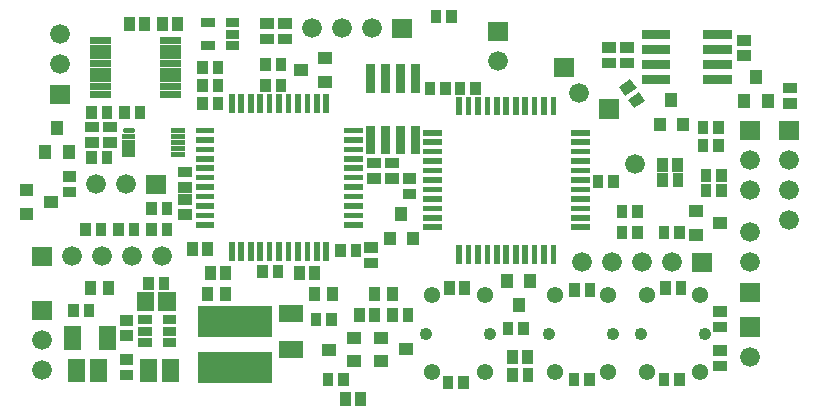
<source format=gbr>
G04 start of page 4 for group -4063 idx -4063 *
G04 Title: (unknown), componentmask *
G04 Creator: pcb 20091103 *
G04 CreationDate: Tue 04 Jan 2011 15:16:32 GMT UTC *
G04 For: thomas *
G04 Format: Gerber/RS-274X *
G04 PCB-Dimensions: 285430 157480 *
G04 PCB-Coordinate-Origin: lower left *
%MOIN*%
%FSLAX25Y25*%
%LNFRONTMASK*%
%ADD12C,0.0180*%
%ADD15C,0.0200*%
%ADD27R,0.0300X0.0300*%
%ADD44C,0.0425*%
%ADD45C,0.0544*%
%ADD46C,0.0660*%
%ADD47R,0.0355X0.0355*%
%ADD48R,0.0187X0.0187*%
%ADD49R,0.0400X0.0400*%
%ADD50R,0.0360X0.0360*%
%ADD51R,0.1027X0.1027*%
%ADD52R,0.0572X0.0572*%
%ADD53R,0.0230X0.0230*%
%ADD54R,0.0180X0.0180*%
%ADD55R,0.0570X0.0570*%
G54D44*X193992Y35295D03*
X215252D03*
G54D45*X213480Y22500D03*
Y48090D03*
X195764Y22500D03*
Y48090D03*
G54D15*G36*
X257464Y40890D02*Y34290D01*
X264064D01*
Y40890D01*
X257464D01*
G37*
G36*
X241464Y62390D02*Y55790D01*
X248064D01*
Y62390D01*
X241464D01*
G37*
G54D44*X245882Y35295D03*
G54D45*X244110Y48090D03*
G54D46*X260764Y27590D03*
X234764Y59090D03*
X224764D03*
X214764D03*
X204764D03*
G54D44*X224622Y35295D03*
G54D45*X226394Y48090D03*
X244110Y22500D03*
X226394D03*
G54D46*X176764Y126090D03*
G54D15*G36*
X195464Y127390D02*Y120790D01*
X202064D01*
Y127390D01*
X195464D01*
G37*
G36*
X141464Y140390D02*Y133790D01*
X148064D01*
Y140390D01*
X141464D01*
G37*
G54D46*X134764Y137090D03*
X124764D03*
X114764D03*
G54D15*G36*
X173464Y139390D02*Y132790D01*
X180064D01*
Y139390D01*
X173464D01*
G37*
G36*
X59668Y88390D02*Y81790D01*
X66268D01*
Y88390D01*
X59668D01*
G37*
G54D46*X52968Y85090D03*
X42968D03*
G54D15*G36*
X27668Y118390D02*Y111790D01*
X34268D01*
Y118390D01*
X27668D01*
G37*
G54D46*X30968Y125090D03*
Y135090D03*
X203765Y115431D03*
G54D15*G36*
X210596Y113484D02*Y106884D01*
X217196D01*
Y113484D01*
X210596D01*
G37*
G36*
X270464Y106390D02*Y99790D01*
X277064D01*
Y106390D01*
X270464D01*
G37*
G36*
X257464D02*Y99790D01*
X264064D01*
Y106390D01*
X257464D01*
G37*
G54D46*X222349Y92058D03*
X273764Y93090D03*
Y83090D03*
X260764Y93090D03*
Y83090D03*
X273764Y73090D03*
G54D15*G36*
X257464Y52390D02*Y45790D01*
X264064D01*
Y52390D01*
X257464D01*
G37*
G54D46*X260764Y59090D03*
Y69090D03*
G54D44*X152992Y35295D03*
G54D46*X24968Y33090D03*
G54D44*X174252Y35295D03*
G54D45*X172480Y22500D03*
Y48090D03*
X154764Y22500D03*
G54D46*X24968Y23090D03*
G54D45*X154764Y48090D03*
G54D15*G36*
X21668Y46390D02*Y39790D01*
X28268D01*
Y46390D01*
X21668D01*
G37*
G36*
Y64390D02*Y57790D01*
X28268D01*
Y64390D01*
X21668D01*
G37*
G54D46*X34968Y61090D03*
X44968D03*
X54968D03*
X64968D03*
G54D47*X154205Y117582D02*Y116598D01*
X159323Y117582D02*Y116598D01*
X164205Y117582D02*Y116598D01*
X169323Y117582D02*Y116598D01*
X156205Y141582D02*Y140598D01*
X161323Y141582D02*Y140598D01*
G54D48*X170167Y113460D02*Y109034D01*
X167017Y113460D02*Y109034D01*
X163867Y113460D02*Y109034D01*
G54D27*X134264Y123590D02*Y117090D01*
Y103090D02*Y96590D01*
X144264Y103090D02*Y96590D01*
Y123590D02*Y117090D01*
X149264Y103090D02*Y96590D01*
Y123590D02*Y117090D01*
G54D47*X146796Y86972D02*X147780D01*
X146796Y81854D02*X147780D01*
X134968Y87090D02*X135952D01*
X134968Y92208D02*X135952D01*
X140984Y87090D02*X141968D01*
X140984Y92208D02*X141968D01*
G54D49*X187664Y53290D02*Y52690D01*
X179864Y53290D02*Y52690D01*
X183764Y45090D02*Y44490D01*
G54D47*X186764Y28074D02*Y27090D01*
X181646Y28074D02*Y27090D01*
G54D48*X179615Y64090D02*Y59664D01*
X182764Y64090D02*Y59664D01*
X185914Y64090D02*Y59664D01*
X189063Y64090D02*Y59664D01*
G54D27*X139264Y103090D02*Y96590D01*
Y123590D02*Y117090D01*
G54D49*X137564Y33990D02*X138164D01*
X144664Y75590D02*Y74990D01*
X145764Y30090D02*X146364D01*
G54D50*X141764Y49090D02*Y48090D01*
X135764Y49090D02*Y48090D01*
G54D47*X134008Y64039D02*X134992D01*
X134008Y58921D02*X134992D01*
G54D48*X189064Y113460D02*Y109034D01*
X185915Y113460D02*Y109034D01*
X182765Y113460D02*Y109034D01*
X179615Y113460D02*Y109034D01*
X176466Y113460D02*Y109034D01*
X173316Y113460D02*Y109034D01*
X152717Y102310D02*X157143D01*
X152717Y99161D02*X157143D01*
X152717Y96011D02*X157143D01*
X152717Y92862D02*X157143D01*
X152717Y89712D02*X157143D01*
X152717Y86562D02*X157143D01*
X152717Y83413D02*X157143D01*
X152717Y80263D02*X157143D01*
X152717Y77114D02*X157143D01*
X152717Y73964D02*X157143D01*
X152717Y70814D02*X157143D01*
X163867Y64090D02*Y59664D01*
X167016Y64090D02*Y59664D01*
X170166Y64090D02*Y59664D01*
X173315Y64090D02*Y59664D01*
X176465Y64090D02*Y59664D01*
G54D47*X207559Y50472D02*Y49488D01*
X232764Y51074D02*Y50090D01*
X237882Y51074D02*Y50090D01*
X202441Y50472D02*Y49488D01*
X185323Y37582D02*Y36598D01*
X180205Y37582D02*Y36598D01*
X237323Y20582D02*Y19598D01*
X250272Y29649D02*X251256D01*
X250272Y24531D02*X251256D01*
X250272Y42649D02*X251256D01*
X250272Y37531D02*X251256D01*
X232205Y20582D02*Y19598D01*
X181764Y22090D02*Y21106D01*
X186882Y22090D02*Y21106D01*
X207323Y20582D02*Y19598D01*
X202205Y20582D02*Y19598D01*
X165323Y19582D02*Y18598D01*
X160205Y19582D02*Y18598D01*
X160646Y51074D02*Y50090D01*
X165764Y51074D02*Y50090D01*
X213272Y125531D02*X214256D01*
G54D15*G36*
X217289Y117522D02*X221000Y120131D01*
X223043Y117225D01*
X219332Y114616D01*
X217289Y117522D01*
G37*
G36*
X220225Y113336D02*X223942Y115938D01*
X225979Y113028D01*
X222262Y110426D01*
X220225Y113336D01*
G37*
G54D47*X219272Y125531D02*X220256D01*
X213272Y130649D02*X214256D01*
G54D27*X226264Y130090D02*X232764D01*
X226264Y125090D02*X232764D01*
G54D47*X219272Y130649D02*X220256D01*
G54D49*X230764Y105390D02*Y104790D01*
X234664Y113590D02*Y112990D01*
G54D27*X226264Y120090D02*X232764D01*
X226264Y135090D02*X232764D01*
X246764Y125090D02*X253264D01*
X246764Y130090D02*X253264D01*
G54D47*X258272Y133149D02*X259256D01*
X258272Y128031D02*X259256D01*
G54D27*X246764Y135090D02*X253264D01*
G54D47*X251323Y88582D02*Y87598D01*
X246205Y88582D02*Y87598D01*
Y83582D02*Y82598D01*
X251323Y83582D02*Y82598D01*
G54D49*X238564Y105390D02*Y104790D01*
G54D47*X245205Y104582D02*Y103598D01*
X250323Y104582D02*Y103598D01*
Y98582D02*Y97598D01*
X245205Y98582D02*Y97598D01*
X231646Y92074D02*Y91090D01*
X236764Y92074D02*Y91090D01*
X236882Y87090D02*Y86106D01*
X231764Y87090D02*Y86106D01*
X273764Y112090D02*X274748D01*
X273764Y117208D02*X274748D01*
G54D49*X258964Y113090D02*Y112490D01*
X266764Y113090D02*Y112490D01*
X262864Y121290D02*Y120690D01*
G54D27*X246764Y120090D02*X253264D01*
G54D47*X232205Y69582D02*Y68598D01*
X237323Y69582D02*Y68598D01*
G54D49*X242464Y76090D02*X243064D01*
G54D47*X218205Y76582D02*Y75598D01*
X223323Y76582D02*Y75598D01*
G54D49*X242464Y68290D02*X243064D01*
G54D47*X218205Y69582D02*Y68598D01*
X223323Y69582D02*Y68598D01*
G54D48*X202087Y70814D02*X206513D01*
X202087Y73963D02*X206513D01*
X202087Y77113D02*X206513D01*
G54D49*X250664Y72190D02*X251264D01*
G54D47*X215323Y86582D02*Y85598D01*
X210205Y86582D02*Y85598D01*
G54D48*X192213Y64090D02*Y59664D01*
X195363Y64090D02*Y59664D01*
Y113460D02*Y109034D01*
X192214Y113460D02*Y109034D01*
X202087Y80262D02*X206513D01*
X202087Y83412D02*X206513D01*
X202087Y86562D02*X206513D01*
X202087Y89711D02*X206513D01*
X202087Y92861D02*X206513D01*
X202087Y96010D02*X206513D01*
X202087Y99160D02*X206513D01*
X202087Y102310D02*X206513D01*
G54D51*X81968Y24090D02*X96534D01*
G54D47*X125323Y20582D02*Y19598D01*
X120205Y20582D02*Y19598D01*
X131118Y13964D02*Y12980D01*
X126000Y13964D02*Y12980D01*
G54D50*X121764Y49090D02*Y48090D01*
G54D47*X116205Y40582D02*Y39598D01*
X121323Y40582D02*Y39598D01*
G54D52*X106787Y41995D02*X109149D01*
X106787Y30185D02*X109149D01*
G54D49*X128464Y26090D02*X129064D01*
X120264Y29990D02*X120864D01*
X128464Y33890D02*X129064D01*
G54D47*X135764Y42074D02*Y41090D01*
X130646Y42074D02*Y41090D01*
G54D49*X137564Y26190D02*X138164D01*
G54D47*X146882Y42074D02*Y41090D01*
X141764Y42074D02*Y41090D01*
G54D49*X140764Y67390D02*Y66790D01*
G54D48*X126338Y71594D02*X130764D01*
G54D47*X129527Y63582D02*Y62598D01*
X124409Y63582D02*Y62598D01*
G54D49*X148564Y67390D02*Y66790D01*
G54D48*X119614Y64870D02*Y60444D01*
X126338Y74743D02*X130764D01*
X126338Y77893D02*X130764D01*
X126338Y81042D02*X130764D01*
X126338Y84192D02*X130764D01*
X126338Y87342D02*X130764D01*
X126338Y90491D02*X130764D01*
X126338Y93641D02*X130764D01*
X126338Y96790D02*X130764D01*
X126338Y99940D02*X130764D01*
X126338Y103090D02*X130764D01*
X76968D02*X81394D01*
X76968Y99941D02*X81394D01*
X76968Y96791D02*X81394D01*
X76968Y93642D02*X81394D01*
X76968Y90492D02*X81394D01*
X76968Y87342D02*X81394D01*
X76968Y84193D02*X81394D01*
X76968Y81043D02*X81394D01*
G54D47*X61409Y70582D02*Y69598D01*
X66527Y70582D02*Y69598D01*
X71968Y74972D02*X72952D01*
X71968Y80090D02*X72952D01*
G54D48*X76968Y77894D02*X81394D01*
X76968Y74744D02*X81394D01*
X76968Y71594D02*X81394D01*
G54D47*X55527Y70582D02*Y69598D01*
X50409Y70582D02*Y69598D01*
X44527Y70582D02*Y69598D01*
X39409Y70582D02*Y69598D01*
G54D49*X25968Y96090D02*Y95490D01*
X33768Y96090D02*Y95490D01*
X29868Y104290D02*Y103690D01*
G54D47*X33476Y87649D02*X34460D01*
X33476Y82531D02*X34460D01*
G54D49*X27568Y79190D02*X28168D01*
X19368Y83090D02*X19968D01*
X19368Y75290D02*X19968D01*
G54D47*X99409Y118582D02*Y117598D01*
X104527Y118582D02*Y117598D01*
X105272Y138649D02*X106256D01*
X105272Y133531D02*X106256D01*
X104527Y125582D02*Y124598D01*
X99409Y125582D02*Y124598D01*
X99272Y138649D02*X100256D01*
X99272Y133531D02*X100256D01*
X53968Y139090D02*Y138106D01*
G54D53*X42051Y133046D02*X46657D01*
X42051Y130487D02*X46657D01*
X42051Y127928D02*X46657D01*
X42051Y125369D02*X46657D01*
X42051Y122811D02*X46657D01*
X42051Y120252D02*X46657D01*
G54D48*X119614Y114240D02*Y109814D01*
X116465Y114240D02*Y109814D01*
X113315Y114240D02*Y109814D01*
G54D49*X118968Y119290D02*X119568D01*
X118968Y127090D02*X119568D01*
X110768Y123190D02*X111368D01*
G54D48*X110166Y114240D02*Y109814D01*
X107016Y114240D02*Y109814D01*
X103866Y114240D02*Y109814D01*
X100717Y114240D02*Y109814D01*
X97567Y114240D02*Y109814D01*
X94418Y114240D02*Y109814D01*
X91268Y114240D02*Y109814D01*
X88118Y114240D02*Y109814D01*
G54D47*X83527Y112582D02*Y111598D01*
X78409Y112582D02*Y111598D01*
X52409Y109582D02*Y108598D01*
X57527Y109582D02*Y108598D01*
G54D53*X42051Y117693D02*X46657D01*
G54D27*X79368Y139090D02*X80968D01*
G54D47*X78409Y124582D02*Y123598D01*
X83527Y124582D02*Y123598D01*
X59086Y139090D02*Y138106D01*
G54D53*X65279Y130487D02*X69885D01*
X65279Y133046D02*X69885D01*
G54D47*X64968Y139090D02*Y138106D01*
X70086Y139090D02*Y138106D01*
G54D27*X87568Y139090D02*X89168D01*
G54D53*X65279Y115134D02*X69885D01*
G54D47*X83527Y118582D02*Y117598D01*
X78409Y118582D02*Y117598D01*
G54D53*X65279Y117693D02*X69885D01*
X65279Y120252D02*X69885D01*
X65279Y122811D02*X69885D01*
X65279Y125369D02*X69885D01*
X65279Y127928D02*X69885D01*
G54D27*X79368Y131290D02*X80968D01*
X87568D02*X89168D01*
X87568Y135190D02*X89168D01*
G54D53*X42051Y115134D02*X46657D01*
G54D47*X41409Y109582D02*Y108598D01*
X46527Y109582D02*Y108598D01*
G54D12*X52368Y103090D02*X54968D01*
G54D54*X52368Y101090D02*X54968D01*
X52368Y99090D02*X54968D01*
X52368Y97190D02*X54968D01*
X52368Y95190D02*X54968D01*
G54D47*X41409Y94582D02*Y93598D01*
X46527Y94582D02*Y93598D01*
X46968Y99090D02*X47952D01*
X46968Y104208D02*X47952D01*
X40984Y99090D02*X41968D01*
X40984Y104208D02*X41968D01*
G54D51*X81968Y39444D02*X96534D01*
G54D47*X103527Y56582D02*Y55598D01*
G54D52*X66511Y46483D02*Y45697D01*
X59425Y46483D02*Y45697D01*
G54D27*X58368Y40090D02*X59968D01*
G54D50*X115764Y49090D02*Y48090D01*
G54D47*X110646Y56090D02*Y55106D01*
X115764Y56090D02*Y55106D01*
G54D50*X85968Y49090D02*Y48090D01*
X79968Y49090D02*Y48090D01*
G54D47*X98409Y56582D02*Y55598D01*
X86086Y56074D02*Y55090D01*
X80968Y56074D02*Y55090D01*
X65527Y52582D02*Y51598D01*
X60409Y52582D02*Y51598D01*
G54D48*X88118Y64870D02*Y60444D01*
X91267Y64870D02*Y60444D01*
G54D47*X80086Y64074D02*Y63090D01*
X74968Y64074D02*Y63090D01*
G54D48*X94417Y64870D02*Y60444D01*
X97566Y64870D02*Y60444D01*
X100716Y64870D02*Y60444D01*
X103866Y64870D02*Y60444D01*
X107015Y64870D02*Y60444D01*
X110165Y64870D02*Y60444D01*
X113314Y64870D02*Y60444D01*
X116464Y64870D02*Y60444D01*
G54D47*X71968Y84090D02*X72952D01*
X66527Y77582D02*Y76598D01*
X61409Y77582D02*Y76598D01*
X71968Y89208D02*X72952D01*
G54D54*X68868Y95090D02*X71468D01*
X68868Y97090D02*X71468D01*
X68868Y99090D02*X71468D01*
X68868Y100990D02*X71468D01*
X68868Y102990D02*X71468D01*
G54D55*X67668Y24090D02*Y22090D01*
G54D27*X66568Y32290D02*X68168D01*
X66568Y36190D02*X68168D01*
X66568Y40090D02*X68168D01*
G54D55*X60268Y24090D02*Y22090D01*
G54D27*X58368Y36190D02*X59968D01*
X58368Y32290D02*X59968D01*
G54D47*X52476Y21531D02*X53460D01*
X52476Y26649D02*X53460D01*
G54D55*X43668Y24090D02*Y22090D01*
X36268Y24090D02*Y22090D01*
G54D47*X52520Y34693D02*X53504D01*
X52520Y39811D02*X53504D01*
G54D50*X40968Y51090D02*Y50090D01*
X46968Y51090D02*Y50090D01*
G54D47*X35409Y43582D02*Y42598D01*
X40527Y43582D02*Y42598D01*
G54D52*X46778Y35090D02*Y32728D01*
X34968Y35090D02*Y32728D01*
M02*

</source>
